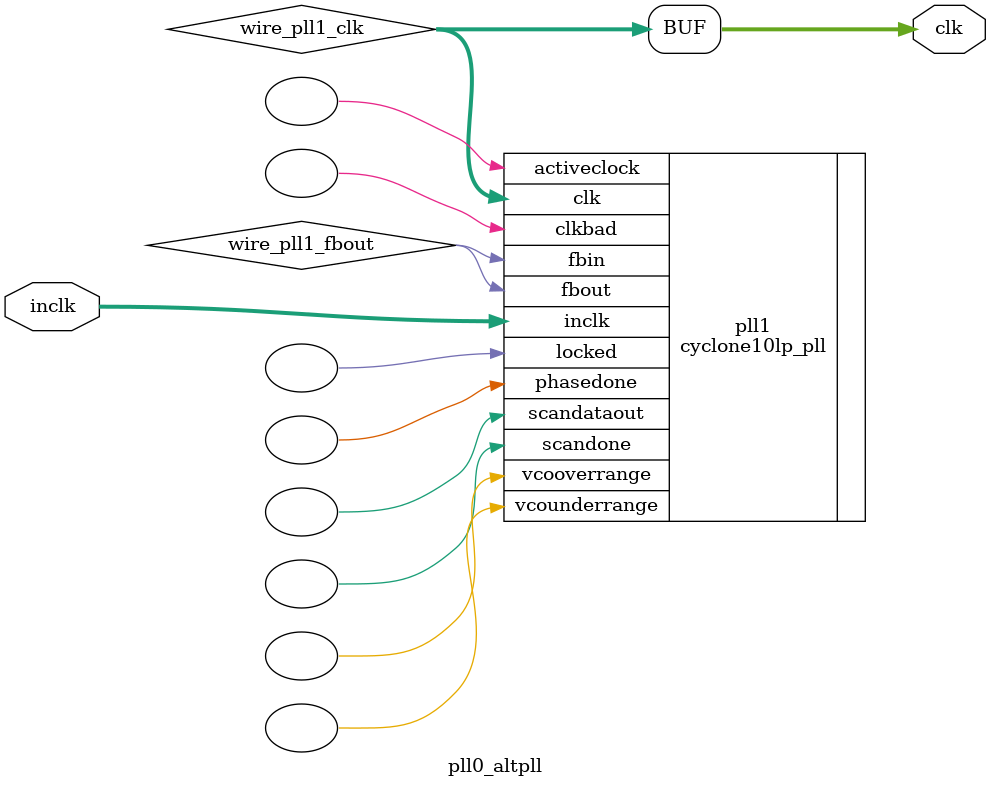
<source format=v>






//synthesis_resources = cyclone10lp_pll 1 
//synopsys translate_off
`timescale 1 ps / 1 ps
//synopsys translate_on
module  pll0_altpll
	( 
	clk,
	inclk) /* synthesis synthesis_clearbox=1 */;
	output   [4:0]  clk;
	input   [1:0]  inclk;
`ifndef ALTERA_RESERVED_QIS
// synopsys translate_off
`endif
	tri0   [1:0]  inclk;
`ifndef ALTERA_RESERVED_QIS
// synopsys translate_on
`endif

	wire  [4:0]   wire_pll1_clk;
	wire  wire_pll1_fbout;

	cyclone10lp_pll   pll1
	( 
	.activeclock(),
	.clk(wire_pll1_clk),
	.clkbad(),
	.fbin(wire_pll1_fbout),
	.fbout(wire_pll1_fbout),
	.inclk(inclk),
	.locked(),
	.phasedone(),
	.scandataout(),
	.scandone(),
	.vcooverrange(),
	.vcounderrange()
	`ifndef FORMAL_VERIFICATION
	// synopsys translate_off
	`endif
	,
	.areset(1'b0),
	.clkswitch(1'b0),
	.configupdate(1'b0),
	.pfdena(1'b1),
	.phasecounterselect({3{1'b0}}),
	.phasestep(1'b0),
	.phaseupdown(1'b0),
	.scanclk(1'b0),
	.scanclkena(1'b1),
	.scandata(1'b0)
	`ifndef FORMAL_VERIFICATION
	// synopsys translate_on
	`endif
	);
	defparam
		pll1.bandwidth_type = "auto",
		pll1.clk0_divide_by = 1,
		pll1.clk0_duty_cycle = 50,
		pll1.clk0_multiply_by = 2,
		pll1.clk0_phase_shift = "0",
		pll1.clk1_divide_by = 1,
		pll1.clk1_duty_cycle = 50,
		pll1.clk1_multiply_by = 2,
		pll1.clk1_phase_shift = "5000",
		pll1.compensate_clock = "clk0",
		pll1.inclk0_input_frequency = 20000,
		pll1.operation_mode = "normal",
		pll1.pll_type = "auto",
		pll1.lpm_type = "cyclone10lp_pll";
	assign
		clk = {wire_pll1_clk[4:0]};
endmodule //pll0_altpll
//VALID FILE

</source>
